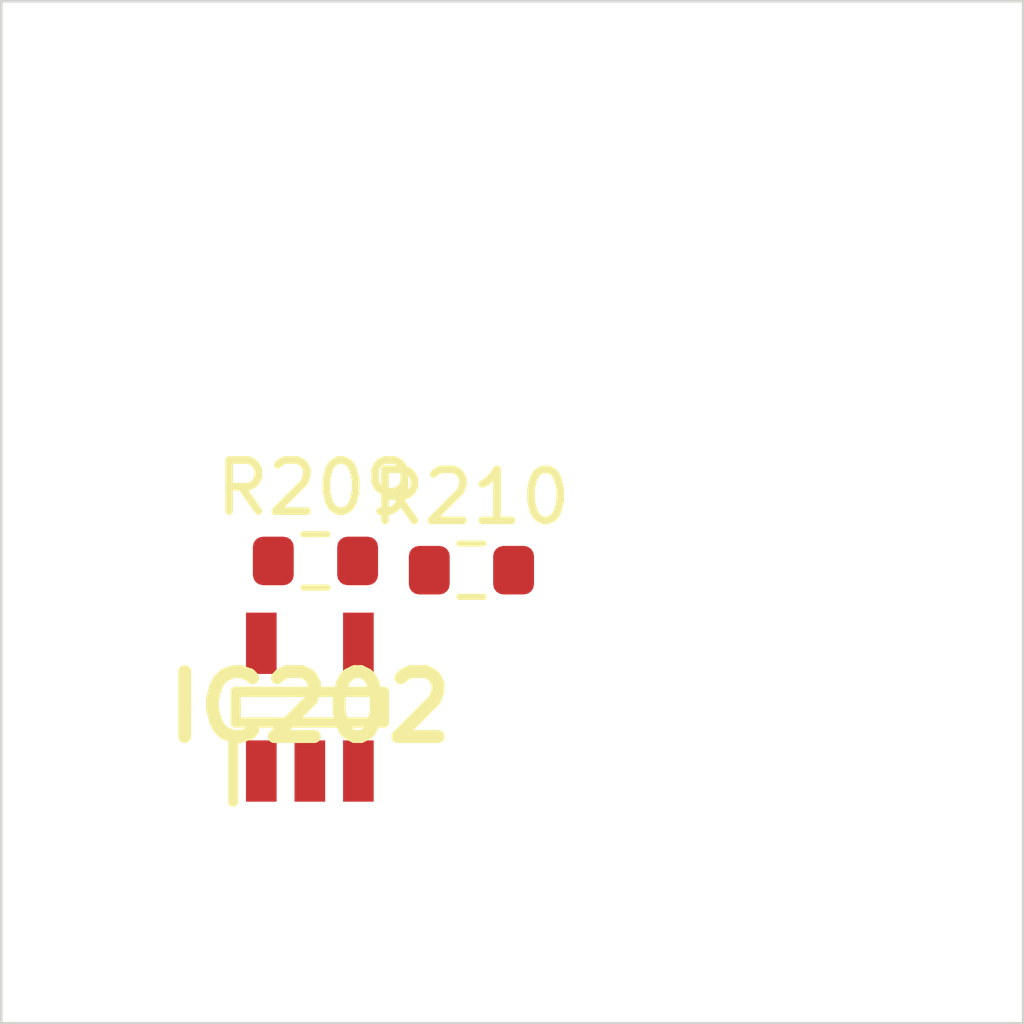
<source format=kicad_pcb>
 ( kicad_pcb  ( version 20171130 )
 ( host pcbnew 5.1.12-84ad8e8a86~92~ubuntu18.04.1 )
 ( general  ( thickness 1.6 )
 ( drawings 4 )
 ( tracks 0 )
 ( zones 0 )
 ( modules 3 )
 ( nets 5 )
)
 ( page A4 )
 ( layers  ( 0 F.Cu signal )
 ( 31 B.Cu signal )
 ( 32 B.Adhes user )
 ( 33 F.Adhes user )
 ( 34 B.Paste user )
 ( 35 F.Paste user )
 ( 36 B.SilkS user )
 ( 37 F.SilkS user )
 ( 38 B.Mask user )
 ( 39 F.Mask user )
 ( 40 Dwgs.User user )
 ( 41 Cmts.User user )
 ( 42 Eco1.User user )
 ( 43 Eco2.User user )
 ( 44 Edge.Cuts user )
 ( 45 Margin user )
 ( 46 B.CrtYd user )
 ( 47 F.CrtYd user )
 ( 48 B.Fab user )
 ( 49 F.Fab user )
)
 ( setup  ( last_trace_width 0.25 )
 ( trace_clearance 0.2 )
 ( zone_clearance 0.508 )
 ( zone_45_only no )
 ( trace_min 0.2 )
 ( via_size 0.8 )
 ( via_drill 0.4 )
 ( via_min_size 0.4 )
 ( via_min_drill 0.3 )
 ( uvia_size 0.3 )
 ( uvia_drill 0.1 )
 ( uvias_allowed no )
 ( uvia_min_size 0.2 )
 ( uvia_min_drill 0.1 )
 ( edge_width 0.05 )
 ( segment_width 0.2 )
 ( pcb_text_width 0.3 )
 ( pcb_text_size 1.5 1.5 )
 ( mod_edge_width 0.12 )
 ( mod_text_size 1 1 )
 ( mod_text_width 0.15 )
 ( pad_size 1.524 1.524 )
 ( pad_drill 0.762 )
 ( pad_to_mask_clearance 0 )
 ( aux_axis_origin 0 0 )
 ( visible_elements FFFFFF7F )
 ( pcbplotparams  ( layerselection 0x010fc_ffffffff )
 ( usegerberextensions false )
 ( usegerberattributes true )
 ( usegerberadvancedattributes true )
 ( creategerberjobfile true )
 ( excludeedgelayer true )
 ( linewidth 0.100000 )
 ( plotframeref false )
 ( viasonmask false )
 ( mode 1 )
 ( useauxorigin false )
 ( hpglpennumber 1 )
 ( hpglpenspeed 20 )
 ( hpglpendiameter 15.000000 )
 ( psnegative false )
 ( psa4output false )
 ( plotreference true )
 ( plotvalue true )
 ( plotinvisibletext false )
 ( padsonsilk false )
 ( subtractmaskfromsilk false )
 ( outputformat 1 )
 ( mirror false )
 ( drillshape 1 )
 ( scaleselection 1 )
 ( outputdirectory "" )
)
)
 ( net 0 "" )
 ( net 1 GND )
 ( net 2 VDDA )
 ( net 3 /Sheet6235D886/vp )
 ( net 4 "Net-(IC202-Pad3)" )
 ( net_class Default "This is the default net class."  ( clearance 0.2 )
 ( trace_width 0.25 )
 ( via_dia 0.8 )
 ( via_drill 0.4 )
 ( uvia_dia 0.3 )
 ( uvia_drill 0.1 )
 ( add_net /Sheet6235D886/vp )
 ( add_net GND )
 ( add_net "Net-(IC202-Pad3)" )
 ( add_net VDDA )
)
 ( module SOT95P280X145-5N locked  ( layer F.Cu )
 ( tedit 62336ED7 )
 ( tstamp 623423ED )
 ( at 86.038900 113.815000 90.000000 )
 ( descr DBV0005A )
 ( tags "Integrated Circuit" )
 ( path /6235D887/6266C08E )
 ( attr smd )
 ( fp_text reference IC202  ( at 0 0 )
 ( layer F.SilkS )
 ( effects  ( font  ( size 1.27 1.27 )
 ( thickness 0.254 )
)
)
)
 ( fp_text value TL071HIDBVR  ( at 0 0 )
 ( layer F.SilkS )
hide  ( effects  ( font  ( size 1.27 1.27 )
 ( thickness 0.254 )
)
)
)
 ( fp_line  ( start -1.85 -1.5 )
 ( end -0.65 -1.5 )
 ( layer F.SilkS )
 ( width 0.2 )
)
 ( fp_line  ( start -0.3 1.45 )
 ( end -0.3 -1.45 )
 ( layer F.SilkS )
 ( width 0.2 )
)
 ( fp_line  ( start 0.3 1.45 )
 ( end -0.3 1.45 )
 ( layer F.SilkS )
 ( width 0.2 )
)
 ( fp_line  ( start 0.3 -1.45 )
 ( end 0.3 1.45 )
 ( layer F.SilkS )
 ( width 0.2 )
)
 ( fp_line  ( start -0.3 -1.45 )
 ( end 0.3 -1.45 )
 ( layer F.SilkS )
 ( width 0.2 )
)
 ( fp_line  ( start -0.8 -0.5 )
 ( end 0.15 -1.45 )
 ( layer Dwgs.User )
 ( width 0.1 )
)
 ( fp_line  ( start -0.8 1.45 )
 ( end -0.8 -1.45 )
 ( layer Dwgs.User )
 ( width 0.1 )
)
 ( fp_line  ( start 0.8 1.45 )
 ( end -0.8 1.45 )
 ( layer Dwgs.User )
 ( width 0.1 )
)
 ( fp_line  ( start 0.8 -1.45 )
 ( end 0.8 1.45 )
 ( layer Dwgs.User )
 ( width 0.1 )
)
 ( fp_line  ( start -0.8 -1.45 )
 ( end 0.8 -1.45 )
 ( layer Dwgs.User )
 ( width 0.1 )
)
 ( fp_line  ( start -2.1 1.775 )
 ( end -2.1 -1.775 )
 ( layer Dwgs.User )
 ( width 0.05 )
)
 ( fp_line  ( start 2.1 1.775 )
 ( end -2.1 1.775 )
 ( layer Dwgs.User )
 ( width 0.05 )
)
 ( fp_line  ( start 2.1 -1.775 )
 ( end 2.1 1.775 )
 ( layer Dwgs.User )
 ( width 0.05 )
)
 ( fp_line  ( start -2.1 -1.775 )
 ( end 2.1 -1.775 )
 ( layer Dwgs.User )
 ( width 0.05 )
)
 ( pad 1 smd rect  ( at -1.25 -0.95 180.000000 )
 ( size 0.6 1.2 )
 ( layers F.Cu F.Mask F.Paste )
 ( net 3 /Sheet6235D886/vp )
)
 ( pad 2 smd rect  ( at -1.25 0 180.000000 )
 ( size 0.6 1.2 )
 ( layers F.Cu F.Mask F.Paste )
 ( net 1 GND )
)
 ( pad 3 smd rect  ( at -1.25 0.95 180.000000 )
 ( size 0.6 1.2 )
 ( layers F.Cu F.Mask F.Paste )
 ( net 4 "Net-(IC202-Pad3)" )
)
 ( pad 4 smd rect  ( at 1.25 0.95 180.000000 )
 ( size 0.6 1.2 )
 ( layers F.Cu F.Mask F.Paste )
 ( net 3 /Sheet6235D886/vp )
)
 ( pad 5 smd rect  ( at 1.25 -0.95 180.000000 )
 ( size 0.6 1.2 )
 ( layers F.Cu F.Mask F.Paste )
 ( net 2 VDDA )
)
)
 ( module Resistor_SMD:R_0603_1608Metric  ( layer F.Cu )
 ( tedit 5F68FEEE )
 ( tstamp 62342595 )
 ( at 86.148800 110.953000 )
 ( descr "Resistor SMD 0603 (1608 Metric), square (rectangular) end terminal, IPC_7351 nominal, (Body size source: IPC-SM-782 page 72, https://www.pcb-3d.com/wordpress/wp-content/uploads/ipc-sm-782a_amendment_1_and_2.pdf), generated with kicad-footprint-generator" )
 ( tags resistor )
 ( path /6235D887/623CDBD9 )
 ( attr smd )
 ( fp_text reference R209  ( at 0 -1.43 )
 ( layer F.SilkS )
 ( effects  ( font  ( size 1 1 )
 ( thickness 0.15 )
)
)
)
 ( fp_text value 100k  ( at 0 1.43 )
 ( layer F.Fab )
 ( effects  ( font  ( size 1 1 )
 ( thickness 0.15 )
)
)
)
 ( fp_line  ( start -0.8 0.4125 )
 ( end -0.8 -0.4125 )
 ( layer F.Fab )
 ( width 0.1 )
)
 ( fp_line  ( start -0.8 -0.4125 )
 ( end 0.8 -0.4125 )
 ( layer F.Fab )
 ( width 0.1 )
)
 ( fp_line  ( start 0.8 -0.4125 )
 ( end 0.8 0.4125 )
 ( layer F.Fab )
 ( width 0.1 )
)
 ( fp_line  ( start 0.8 0.4125 )
 ( end -0.8 0.4125 )
 ( layer F.Fab )
 ( width 0.1 )
)
 ( fp_line  ( start -0.237258 -0.5225 )
 ( end 0.237258 -0.5225 )
 ( layer F.SilkS )
 ( width 0.12 )
)
 ( fp_line  ( start -0.237258 0.5225 )
 ( end 0.237258 0.5225 )
 ( layer F.SilkS )
 ( width 0.12 )
)
 ( fp_line  ( start -1.48 0.73 )
 ( end -1.48 -0.73 )
 ( layer F.CrtYd )
 ( width 0.05 )
)
 ( fp_line  ( start -1.48 -0.73 )
 ( end 1.48 -0.73 )
 ( layer F.CrtYd )
 ( width 0.05 )
)
 ( fp_line  ( start 1.48 -0.73 )
 ( end 1.48 0.73 )
 ( layer F.CrtYd )
 ( width 0.05 )
)
 ( fp_line  ( start 1.48 0.73 )
 ( end -1.48 0.73 )
 ( layer F.CrtYd )
 ( width 0.05 )
)
 ( fp_text user %R  ( at 0 0 )
 ( layer F.Fab )
 ( effects  ( font  ( size 0.4 0.4 )
 ( thickness 0.06 )
)
)
)
 ( pad 1 smd roundrect  ( at -0.825 0 )
 ( size 0.8 0.95 )
 ( layers F.Cu F.Mask F.Paste )
 ( roundrect_rratio 0.25 )
 ( net 2 VDDA )
)
 ( pad 2 smd roundrect  ( at 0.825 0 )
 ( size 0.8 0.95 )
 ( layers F.Cu F.Mask F.Paste )
 ( roundrect_rratio 0.25 )
 ( net 4 "Net-(IC202-Pad3)" )
)
 ( model ${KISYS3DMOD}/Resistor_SMD.3dshapes/R_0603_1608Metric.wrl  ( at  ( xyz 0 0 0 )
)
 ( scale  ( xyz 1 1 1 )
)
 ( rotate  ( xyz 0 0 0 )
)
)
)
 ( module Resistor_SMD:R_0603_1608Metric  ( layer F.Cu )
 ( tedit 5F68FEEE )
 ( tstamp 623425A6 )
 ( at 89.201300 111.134000 )
 ( descr "Resistor SMD 0603 (1608 Metric), square (rectangular) end terminal, IPC_7351 nominal, (Body size source: IPC-SM-782 page 72, https://www.pcb-3d.com/wordpress/wp-content/uploads/ipc-sm-782a_amendment_1_and_2.pdf), generated with kicad-footprint-generator" )
 ( tags resistor )
 ( path /6235D887/623CDBDF )
 ( attr smd )
 ( fp_text reference R210  ( at 0 -1.43 )
 ( layer F.SilkS )
 ( effects  ( font  ( size 1 1 )
 ( thickness 0.15 )
)
)
)
 ( fp_text value 100k  ( at 0 1.43 )
 ( layer F.Fab )
 ( effects  ( font  ( size 1 1 )
 ( thickness 0.15 )
)
)
)
 ( fp_line  ( start 1.48 0.73 )
 ( end -1.48 0.73 )
 ( layer F.CrtYd )
 ( width 0.05 )
)
 ( fp_line  ( start 1.48 -0.73 )
 ( end 1.48 0.73 )
 ( layer F.CrtYd )
 ( width 0.05 )
)
 ( fp_line  ( start -1.48 -0.73 )
 ( end 1.48 -0.73 )
 ( layer F.CrtYd )
 ( width 0.05 )
)
 ( fp_line  ( start -1.48 0.73 )
 ( end -1.48 -0.73 )
 ( layer F.CrtYd )
 ( width 0.05 )
)
 ( fp_line  ( start -0.237258 0.5225 )
 ( end 0.237258 0.5225 )
 ( layer F.SilkS )
 ( width 0.12 )
)
 ( fp_line  ( start -0.237258 -0.5225 )
 ( end 0.237258 -0.5225 )
 ( layer F.SilkS )
 ( width 0.12 )
)
 ( fp_line  ( start 0.8 0.4125 )
 ( end -0.8 0.4125 )
 ( layer F.Fab )
 ( width 0.1 )
)
 ( fp_line  ( start 0.8 -0.4125 )
 ( end 0.8 0.4125 )
 ( layer F.Fab )
 ( width 0.1 )
)
 ( fp_line  ( start -0.8 -0.4125 )
 ( end 0.8 -0.4125 )
 ( layer F.Fab )
 ( width 0.1 )
)
 ( fp_line  ( start -0.8 0.4125 )
 ( end -0.8 -0.4125 )
 ( layer F.Fab )
 ( width 0.1 )
)
 ( fp_text user %R  ( at 0 0 )
 ( layer F.Fab )
 ( effects  ( font  ( size 0.4 0.4 )
 ( thickness 0.06 )
)
)
)
 ( pad 2 smd roundrect  ( at 0.825 0 )
 ( size 0.8 0.95 )
 ( layers F.Cu F.Mask F.Paste )
 ( roundrect_rratio 0.25 )
 ( net 1 GND )
)
 ( pad 1 smd roundrect  ( at -0.825 0 )
 ( size 0.8 0.95 )
 ( layers F.Cu F.Mask F.Paste )
 ( roundrect_rratio 0.25 )
 ( net 4 "Net-(IC202-Pad3)" )
)
 ( model ${KISYS3DMOD}/Resistor_SMD.3dshapes/R_0603_1608Metric.wrl  ( at  ( xyz 0 0 0 )
)
 ( scale  ( xyz 1 1 1 )
)
 ( rotate  ( xyz 0 0 0 )
)
)
)
 ( gr_line  ( start 100 100 )
 ( end 100 120 )
 ( layer Edge.Cuts )
 ( width 0.05 )
 ( tstamp 62E770C4 )
)
 ( gr_line  ( start 80 120 )
 ( end 100 120 )
 ( layer Edge.Cuts )
 ( width 0.05 )
 ( tstamp 62E770C0 )
)
 ( gr_line  ( start 80 100 )
 ( end 100 100 )
 ( layer Edge.Cuts )
 ( width 0.05 )
 ( tstamp 6234110C )
)
 ( gr_line  ( start 80 100 )
 ( end 80 120 )
 ( layer Edge.Cuts )
 ( width 0.05 )
)
)

</source>
